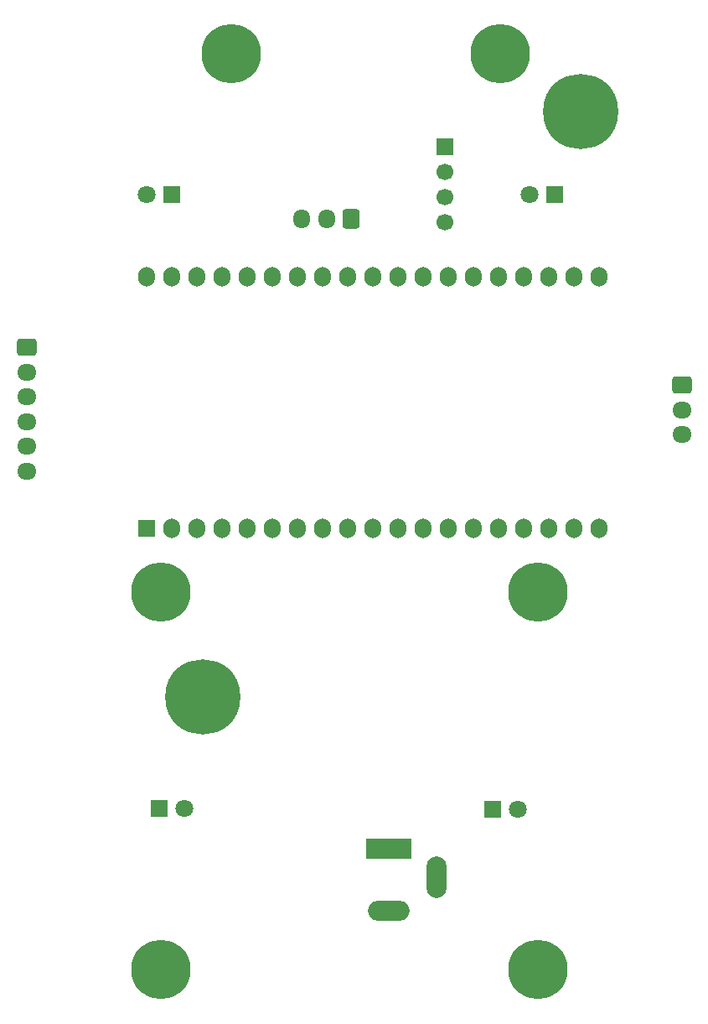
<source format=gbs>
%TF.GenerationSoftware,KiCad,Pcbnew,9.0.6*%
%TF.CreationDate,2026-01-26T22:39:46+07:00*%
%TF.ProjectId,BluetoothCar,426c7565-746f-46f7-9468-4361722e6b69,rev?*%
%TF.SameCoordinates,Original*%
%TF.FileFunction,Soldermask,Bot*%
%TF.FilePolarity,Negative*%
%FSLAX46Y46*%
G04 Gerber Fmt 4.6, Leading zero omitted, Abs format (unit mm)*
G04 Created by KiCad (PCBNEW 9.0.6) date 2026-01-26 22:39:46*
%MOMM*%
%LPD*%
G01*
G04 APERTURE LIST*
G04 Aperture macros list*
%AMRoundRect*
0 Rectangle with rounded corners*
0 $1 Rounding radius*
0 $2 $3 $4 $5 $6 $7 $8 $9 X,Y pos of 4 corners*
0 Add a 4 corners polygon primitive as box body*
4,1,4,$2,$3,$4,$5,$6,$7,$8,$9,$2,$3,0*
0 Add four circle primitives for the rounded corners*
1,1,$1+$1,$2,$3*
1,1,$1+$1,$4,$5*
1,1,$1+$1,$6,$7*
1,1,$1+$1,$8,$9*
0 Add four rect primitives between the rounded corners*
20,1,$1+$1,$2,$3,$4,$5,0*
20,1,$1+$1,$4,$5,$6,$7,0*
20,1,$1+$1,$6,$7,$8,$9,0*
20,1,$1+$1,$8,$9,$2,$3,0*%
G04 Aperture macros list end*
%ADD10RoundRect,0.250000X0.600000X0.725000X-0.600000X0.725000X-0.600000X-0.725000X0.600000X-0.725000X0*%
%ADD11O,1.700000X1.950000*%
%ADD12C,6.000000*%
%ADD13C,7.600000*%
%ADD14R,1.700000X1.700000*%
%ADD15C,1.700000*%
%ADD16R,1.800000X1.800000*%
%ADD17C,1.800000*%
%ADD18RoundRect,0.250000X-0.725000X0.600000X-0.725000X-0.600000X0.725000X-0.600000X0.725000X0.600000X0*%
%ADD19O,1.950000X1.700000*%
%ADD20R,4.600000X2.000000*%
%ADD21O,4.200000X2.000000*%
%ADD22O,2.000000X4.200000*%
%ADD23O,1.700000X2.000000*%
G04 APERTURE END LIST*
D10*
%TO.C,J5*%
X110200000Y-77100000D03*
D11*
X107700000Y-77100000D03*
X105200000Y-77100000D03*
%TD*%
D12*
%TO.C,H4*%
X129100000Y-152955000D03*
%TD*%
D13*
%TO.C,H7*%
X95200000Y-125400000D03*
%TD*%
D14*
%TO.C,J3*%
X119700000Y-69860000D03*
D15*
X119700000Y-72400000D03*
X119700000Y-74940000D03*
X119700000Y-77480000D03*
%TD*%
D16*
%TO.C,D2*%
X130782500Y-74700000D03*
D17*
X128242500Y-74700000D03*
%TD*%
D12*
%TO.C,H3*%
X91000000Y-152955000D03*
%TD*%
%TO.C,H6*%
X125300000Y-60500000D03*
%TD*%
D16*
%TO.C,D3*%
X90830000Y-136620000D03*
D17*
X93370000Y-136620000D03*
%TD*%
D18*
%TO.C,J4*%
X77400000Y-90100000D03*
D19*
X77400000Y-92600000D03*
X77400000Y-95100000D03*
X77400000Y-97600000D03*
X77400000Y-100100000D03*
X77400000Y-102600000D03*
%TD*%
D20*
%TO.C,J2*%
X114000000Y-140700000D03*
D21*
X114000000Y-147000000D03*
D22*
X118800000Y-143600000D03*
%TD*%
D12*
%TO.C,H2*%
X129100000Y-114855000D03*
%TD*%
%TO.C,H1*%
X91000000Y-114855000D03*
%TD*%
D16*
%TO.C,D4*%
X124530000Y-136720000D03*
D17*
X127070000Y-136720000D03*
%TD*%
D12*
%TO.C,H5*%
X98100000Y-60500000D03*
%TD*%
D18*
%TO.C,J6*%
X143625000Y-93900000D03*
D19*
X143625000Y-96400000D03*
X143625000Y-98900000D03*
%TD*%
D16*
%TO.C,D1*%
X92045000Y-74700000D03*
D17*
X89505000Y-74700000D03*
%TD*%
D13*
%TO.C,H8*%
X133400000Y-66300000D03*
%TD*%
D14*
%TO.C,U1*%
X89560000Y-108400000D03*
D23*
X92100000Y-108400000D03*
X94640000Y-108400000D03*
X97180000Y-108400000D03*
X99720000Y-108400000D03*
X102260000Y-108400000D03*
X104800000Y-108400000D03*
X107340000Y-108400000D03*
X109880000Y-108400000D03*
X112420000Y-108400000D03*
X114960000Y-108400000D03*
X117500000Y-108400000D03*
X120040000Y-108400000D03*
X122580000Y-108400000D03*
X125120000Y-108400000D03*
X127660000Y-108400000D03*
X130200000Y-108400000D03*
X132740000Y-108400000D03*
X135280000Y-108400000D03*
X89560000Y-83000000D03*
X92100000Y-83000000D03*
X94640000Y-83000000D03*
X97180000Y-83000000D03*
X99720000Y-83000000D03*
X102260000Y-83000000D03*
X104800000Y-83000000D03*
X107340000Y-83000000D03*
X109880000Y-83000000D03*
X112420000Y-83000000D03*
X114960000Y-83000000D03*
X117500000Y-83000000D03*
X120040000Y-83000000D03*
X122580000Y-83000000D03*
X125120000Y-83000000D03*
X127660000Y-83000000D03*
X130200000Y-83000000D03*
X132740000Y-83000000D03*
X135280000Y-83000000D03*
%TD*%
M02*

</source>
